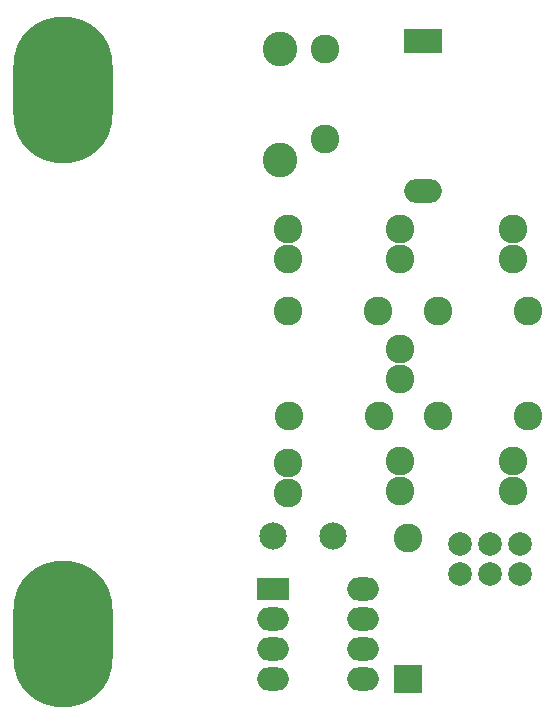
<source format=gbr>
G04 #@! TF.GenerationSoftware,KiCad,Pcbnew,(5.1.0)-1*
G04 #@! TF.CreationDate,2020-04-16T10:32:42+01:00*
G04 #@! TF.ProjectId,SolarDice,536f6c61-7244-4696-9365-2e6b69636164,rev?*
G04 #@! TF.SameCoordinates,PX5faea10PY77e7cd0*
G04 #@! TF.FileFunction,Soldermask,Top*
G04 #@! TF.FilePolarity,Negative*
%FSLAX46Y46*%
G04 Gerber Fmt 4.6, Leading zero omitted, Abs format (unit mm)*
G04 Created by KiCad (PCBNEW (5.1.0)-1) date 2020-04-16 10:32:42*
%MOMM*%
%LPD*%
G04 APERTURE LIST*
%ADD10R,3.200000X2.000000*%
%ADD11O,3.200000X2.000000*%
%ADD12C,2.432000*%
%ADD13O,2.686000X1.974800*%
%ADD14R,2.686000X1.974800*%
%ADD15C,2.000200*%
%ADD16R,2.432000X2.432000*%
%ADD17C,2.940000*%
%ADD18C,2.305000*%
%ADD19O,8.400000X12.400000*%
G04 APERTURE END LIST*
D10*
X59690000Y87630000D03*
D11*
X59690000Y74930000D03*
D12*
X48387000Y55880000D03*
X56007000Y55880000D03*
X60960000Y55880000D03*
X68580000Y55880000D03*
X48260000Y64770000D03*
X55880000Y64770000D03*
X68580000Y64770000D03*
X60960000Y64770000D03*
X51435000Y79375000D03*
X51435000Y86995000D03*
D13*
X54610000Y41275000D03*
X54610000Y38735000D03*
X54610000Y36195000D03*
X54610000Y33655000D03*
X46990000Y33655000D03*
X46990000Y36195000D03*
X46990000Y38735000D03*
D14*
X46990000Y41275000D03*
D15*
X62865000Y45085000D03*
X62865000Y42545000D03*
X65405000Y45085000D03*
X65405000Y42545000D03*
X67945000Y45085000D03*
X67945000Y42545000D03*
D12*
X58420000Y45585000D03*
D16*
X58420000Y33585000D03*
D12*
X48260000Y49403000D03*
X48260000Y51943000D03*
X57785000Y49530000D03*
X57785000Y52070000D03*
X67310000Y49530000D03*
X67310000Y52070000D03*
X48260000Y69215000D03*
X48260000Y71755000D03*
X57785000Y69215000D03*
X57785000Y71755000D03*
X67310000Y69215000D03*
X67310000Y71755000D03*
X57785000Y59055000D03*
X57785000Y61595000D03*
D17*
X47625000Y86995000D03*
X47625000Y77597000D03*
D18*
X46990000Y45720000D03*
X52070000Y45720000D03*
D19*
X29210000Y37465000D03*
X29210000Y83465000D03*
M02*

</source>
